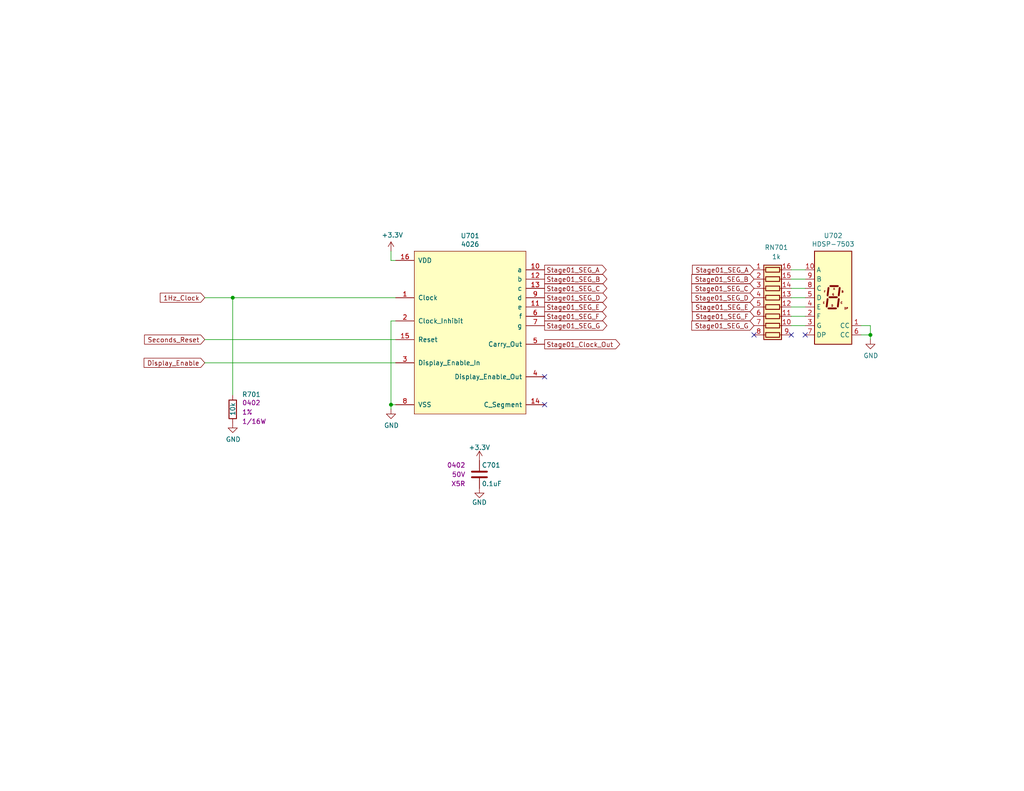
<source format=kicad_sch>
(kicad_sch (version 20231120) (generator "eeschema") (generator_version "8.0")
  (paper "A")
  (title_block (title "Stopwatch") (date "2024-04-28") (rev "B") (company "Drew Maatman"))
  (lib_symbols
    (symbol "Custom_Library:4026" (pin_names (offset 1.016))
      (property "Reference" "U" (at 30.48 -43.18 0))
      (property "Value" "4026" (at 20.32 3.81 0))
      (symbol "4026_0_1"
        (rectangle (start 5.08 2.54) (end 35.56 -41.91) (fill (type background)))
      )
      (symbol "4026_1_1"
        (pin input line (at 0 -10.16 0) (length 5.08) (name "Clock") (number "1"))
        (pin output line (at 40.64 -2.54 180) (length 5.08) (name "a") (number "10"))
        (pin output line (at 40.64 -12.7 180) (length 5.08) (name "e") (number "11"))
        (pin output line (at 40.64 -5.08 180) (length 5.08) (name "b") (number "12"))
        (pin output line (at 40.64 -7.62 180) (length 5.08) (name "c") (number "13"))
        (pin output line (at 40.64 -39.37 180) (length 5.08) (name "C_Segment") (number "14"))
        (pin input line (at 0 -21.59 0) (length 5.08) (name "Reset") (number "15"))
        (pin power_in line (at 0 0 0) (length 5.08) (name "VDD") (number "16"))
        (pin input line (at 0 -16.51 0) (length 5.08) (name "Clock_Inhibit") (number "2"))
        (pin input line (at 0 -27.94 0) (length 5.08) (name "Display_Enable_In") (number "3"))
        (pin output line (at 40.64 -31.75 180) (length 5.08) (name "Display_Enable_Out") (number "4"))
        (pin output line (at 40.64 -22.86 180) (length 5.08) (name "Carry_Out") (number "5"))
        (pin output line (at 40.64 -15.24 180) (length 5.08) (name "f") (number "6"))
        (pin output line (at 40.64 -17.78 180) (length 5.08) (name "g") (number "7"))
        (pin power_in line (at 0 -39.37 0) (length 5.08) (name "VSS") (number "8"))
        (pin output line (at 40.64 -10.16 180) (length 5.08) (name "d") (number "9"))
      )
    )
    (symbol "Custom_Library:C_Custom" (pin_numbers hide) (pin_names (offset 0.254))
      (property "Reference" "C" (at 0.635 2.54 0))
      (property "Value" "C_Custom" (at 0.635 -2.54 0))
      (property "display_footprint" "Foot" (at -3.81 2.54 0))
      (property "Voltage" "V" (at -3.81 0 0))
      (property "Dielectric" "Er" (at -3.81 -2.54 0))
      (symbol "C_Custom_0_1"
        (polyline (pts (xy -2.032 -0.762) (xy 2.032 -0.762)) (stroke (width 0.508)))
        (polyline (pts (xy -2.032 0.762) (xy 2.032 0.762)) (stroke (width 0.508)))
      )
      (symbol "C_Custom_1_1"
        (pin passive line (at 0 3.81 270) (length 2.794) (name "~") (number "1"))
        (pin passive line (at 0 -3.81 90) (length 2.794) (name "~") (number "2"))
      )
    )
    (symbol "Custom_Library:R_Custom" (pin_numbers hide) (pin_names (offset 1.016) hide)
      (property "Reference" "R" (at -2.54 0 90))
      (property "Value" "R_Custom" (at 0 0 90))
      (property "display_footprint" "Foot" (at 2.54 0 90))
      (property "Tolerance" "Tol" (at 5.08 0 90))
      (property "Wattage" "W" (at 7.62 0 90))
      (symbol "R_Custom_0_1"
        (rectangle (start 1.016 2.54) (end -1.016 -2.54) (stroke (width 0.254)))
      )
      (symbol "R_Custom_1_1"
        (pin passive line (at 0 3.81 270) (length 1.27) (name "1") (number "1"))
        (pin passive line (at 0 -3.81 90) (length 1.27) (name "2") (number "2"))
      )
    )
    (symbol "Device:R_Pack08" (pin_names (offset 0) hide)
      (property "Reference" "RN" (at -12.7 0 90))
      (property "Value" "R_Pack08" (at 10.16 0 90))
      (symbol "R_Pack08_0_1"
        (rectangle (start -11.43 -2.413) (end 8.89 2.413) (stroke (width 0.254)) (fill (type background)))
        (rectangle (start -10.795 1.905) (end -9.525 -1.905) (stroke (width 0.254)))
        (rectangle (start -8.255 1.905) (end -6.985 -1.905) (stroke (width 0.254)))
        (rectangle (start -5.715 1.905) (end -4.445 -1.905) (stroke (width 0.254)))
        (rectangle (start -3.175 1.905) (end -1.905 -1.905) (stroke (width 0.254)))
        (rectangle (start -0.635 1.905) (end 0.635 -1.905) (stroke (width 0.254)))
        (polyline (pts (xy -10.16 -2.54) (xy -10.16 -1.905)))
        (polyline (pts (xy -10.16 1.905) (xy -10.16 2.54)))
        (polyline (pts (xy -7.62 -2.54) (xy -7.62 -1.905)))
        (polyline (pts (xy -7.62 1.905) (xy -7.62 2.54)))
        (polyline (pts (xy -5.08 -2.54) (xy -5.08 -1.905)))
        (polyline (pts (xy -5.08 1.905) (xy -5.08 2.54)))
        (polyline (pts (xy -2.54 -2.54) (xy -2.54 -1.905)))
        (polyline (pts (xy -2.54 1.905) (xy -2.54 2.54)))
        (polyline (pts (xy 0 -2.54) (xy 0 -1.905)))
        (polyline (pts (xy 0 1.905) (xy 0 2.54)))
        (polyline (pts (xy 2.54 -2.54) (xy 2.54 -1.905)))
        (polyline (pts (xy 2.54 1.905) (xy 2.54 2.54)))
        (polyline (pts (xy 5.08 -2.54) (xy 5.08 -1.905)))
        (polyline (pts (xy 5.08 1.905) (xy 5.08 2.54)))
        (polyline (pts (xy 7.62 -2.54) (xy 7.62 -1.905)))
        (polyline (pts (xy 7.62 1.905) (xy 7.62 2.54)))
        (rectangle (start 1.905 1.905) (end 3.175 -1.905) (stroke (width 0.254)))
        (rectangle (start 4.445 1.905) (end 5.715 -1.905) (stroke (width 0.254)))
        (rectangle (start 6.985 1.905) (end 8.255 -1.905) (stroke (width 0.254)))
      )
      (symbol "R_Pack08_1_1"
        (pin passive line (at -10.16 -5.08 90) (length 2.54) (name "R1.1") (number "1"))
        (pin passive line (at 5.08 5.08 270) (length 2.54) (name "R7.2") (number "10"))
        (pin passive line (at 2.54 5.08 270) (length 2.54) (name "R6.2") (number "11"))
        (pin passive line (at 0 5.08 270) (length 2.54) (name "R5.2") (number "12"))
        (pin passive line (at -2.54 5.08 270) (length 2.54) (name "R4.2") (number "13"))
        (pin passive line (at -5.08 5.08 270) (length 2.54) (name "R3.2") (number "14"))
        (pin passive line (at -7.62 5.08 270) (length 2.54) (name "R2.2") (number "15"))
        (pin passive line (at -10.16 5.08 270) (length 2.54) (name "R1.2") (number "16"))
        (pin passive line (at -7.62 -5.08 90) (length 2.54) (name "R2.1") (number "2"))
        (pin passive line (at -5.08 -5.08 90) (length 2.54) (name "R3.1") (number "3"))
        (pin passive line (at -2.54 -5.08 90) (length 2.54) (name "R4.1") (number "4"))
        (pin passive line (at 0 -5.08 90) (length 2.54) (name "R5.1") (number "5"))
        (pin passive line (at 2.54 -5.08 90) (length 2.54) (name "R6.1") (number "6"))
        (pin passive line (at 5.08 -5.08 90) (length 2.54) (name "R7.1") (number "7"))
        (pin passive line (at 7.62 -5.08 90) (length 2.54) (name "R8.1") (number "8"))
        (pin passive line (at 7.62 5.08 270) (length 2.54) (name "R8.2") (number "9"))
      )
    )
    (symbol "Display_Character:HDSP-7503"
      (property "Reference" "U" (at -3.81 13.97 0))
      (property "Value" "HDSP-7503" (at 6.35 13.97 0))
      (symbol "HDSP-7503_1_0"
        (text "A" (at 0.254 2.413 0) (effects (font (size 0.508 0.508))))
        (text "B" (at 2.54 1.651 0) (effects (font (size 0.508 0.508))))
        (text "C" (at 2.286 -1.397 0) (effects (font (size 0.508 0.508))))
        (text "D" (at -0.254 -2.159 0) (effects (font (size 0.508 0.508))))
        (text "DP" (at 3.556 -2.921 0) (effects (font (size 0.508 0.508))))
        (text "E" (at -2.54 -1.397 0) (effects (font (size 0.508 0.508))))
        (text "F" (at -2.286 1.651 0) (effects (font (size 0.508 0.508))))
        (text "G" (at 0 0.889 0) (effects (font (size 0.508 0.508))))
      )
      (symbol "HDSP-7503_1_1"
        (rectangle (start -5.08 12.7) (end 5.08 -12.7) (stroke (width 0.254)) (fill (type background)))
        (polyline (pts (xy -1.524 -0.381) (xy -1.778 -2.413)) (stroke (width 0.508)))
        (polyline (pts (xy -1.27 -2.921) (xy 0.762 -2.921)) (stroke (width 0.508)))
        (polyline (pts (xy -1.27 2.667) (xy -1.524 0.635)) (stroke (width 0.508)))
        (polyline (pts (xy -1.016 0.127) (xy 1.016 0.127)) (stroke (width 0.508)))
        (polyline (pts (xy -0.762 3.175) (xy 1.27 3.175)) (stroke (width 0.508)))
        (polyline (pts (xy 1.524 -0.381) (xy 1.27 -2.413)) (stroke (width 0.508)))
        (polyline (pts (xy 1.778 2.667) (xy 1.524 0.635)) (stroke (width 0.508)))
        (polyline (pts (xy 2.54 -2.921) (xy 2.54 -2.921)) (stroke (width 0.508)))
        (pin input line (at 7.62 -7.62 180) (length 2.54) (name "CC") (number "1"))
        (pin input line (at -7.62 7.62 0) (length 2.54) (name "A") (number "10"))
        (pin input line (at -7.62 -5.08 0) (length 2.54) (name "F") (number "2"))
        (pin input line (at -7.62 -7.62 0) (length 2.54) (name "G") (number "3"))
        (pin input line (at -7.62 -2.54 0) (length 2.54) (name "E") (number "4"))
        (pin input line (at -7.62 0 0) (length 2.54) (name "D") (number "5"))
        (pin input line (at 7.62 -10.16 180) (length 2.54) (name "CC") (number "6"))
        (pin input line (at -7.62 -10.16 0) (length 2.54) (name "DP") (number "7"))
        (pin input line (at -7.62 2.54 0) (length 2.54) (name "C") (number "8"))
        (pin input line (at -7.62 5.08 0) (length 2.54) (name "B") (number "9"))
      )
    )
    (symbol "power:+3.3V" (power) (pin_names (offset 0))
      (property "Value" "+3.3V" (at 0 3.556 0))
      (symbol "+3.3V_0_1"
        (polyline (pts (xy -0.762 1.27) (xy 0 2.54)))
        (polyline (pts (xy 0 0) (xy 0 2.54)))
        (polyline (pts (xy 0 2.54) (xy 0.762 1.27)))
      )
      (symbol "+3.3V_1_1"
        (pin power_in line (at 0 0 90) (length 0) hide (name "+3.3V") (number "1"))
      )
    )
    (symbol "power:GND" (power) (pin_names (offset 0))
      (property "Value" "GND" (at 0 -3.81 0))
      (symbol "GND_0_1"
        (polyline (pts (xy 0 0) (xy 0 -1.27) (xy 1.27 -1.27) (xy 0 -2.54) (xy -1.27 -1.27) (xy 0 -1.27)))
      )
      (symbol "GND_1_1"
        (pin power_in line (at 0 0 270) (length 0) hide (name "GND") (number "1"))
      )
    )
  )
  (junction (at 63.5 81.28))
  (junction (at 237.49 91.44))
  (junction (at 106.68 110.49))
  (no_connect (at 148.59 110.49))
  (no_connect (at 219.71 91.44))
  (no_connect (at 205.74 91.44))
  (no_connect (at 148.59 102.87))
  (no_connect (at 215.9 91.44))
  (wire (pts (xy 237.49 91.44) (xy 237.49 88.9)))
  (wire (pts (xy 107.95 81.28) (xy 63.5 81.28)))
  (wire (pts (xy 215.9 83.82) (xy 219.71 83.82)))
  (wire (pts (xy 106.68 87.63) (xy 106.68 110.49)))
  (wire (pts (xy 55.88 99.06) (xy 107.95 99.06)))
  (wire (pts (xy 215.9 86.36) (xy 219.71 86.36)))
  (wire (pts (xy 215.9 73.66) (xy 219.71 73.66)))
  (wire (pts (xy 215.9 76.2) (xy 219.71 76.2)))
  (wire (pts (xy 107.95 87.63) (xy 106.68 87.63)))
  (wire (pts (xy 215.9 88.9) (xy 219.71 88.9)))
  (wire (pts (xy 215.9 81.28) (xy 219.71 81.28)))
  (wire (pts (xy 106.68 110.49) (xy 107.95 110.49)))
  (wire (pts (xy 234.95 91.44) (xy 237.49 91.44)))
  (wire (pts (xy 63.5 81.28) (xy 63.5 107.95)))
  (wire (pts (xy 215.9 78.74) (xy 219.71 78.74)))
  (wire (pts (xy 55.88 92.71) (xy 107.95 92.71)))
  (wire (pts (xy 106.68 68.58) (xy 106.68 71.12)))
  (wire (pts (xy 106.68 71.12) (xy 107.95 71.12)))
  (wire (pts (xy 237.49 88.9) (xy 234.95 88.9)))
  (wire (pts (xy 106.68 111.76) (xy 106.68 110.49)))
  (wire (pts (xy 55.88 81.28) (xy 63.5 81.28)))
  (wire (pts (xy 237.49 92.71) (xy 237.49 91.44)))
  (global_label "Stage01_SEG_C" (shape input) (at 205.74 78.74 180) (property "Intersheetrefs" "${INTERSHEET_REFS}" (effects (hide yes))))
  (global_label "Stage01_SEG_D" (shape input) (at 205.74 81.28 180) (property "Intersheetrefs" "${INTERSHEET_REFS}" (effects (hide yes))))
  (global_label "Stage01_SEG_F" (shape input) (at 205.74 86.36 180) (property "Intersheetrefs" "${INTERSHEET_REFS}" (effects (hide yes))))
  (global_label "Stage01_SEG_E" (shape output) (at 148.59 83.82 0) (property "Intersheetrefs" "${INTERSHEET_REFS}" (effects (hide yes))))
  (global_label "Stage01_Clock_Out" (shape output) (at 148.59 93.98 0) (property "Intersheetrefs" "${INTERSHEET_REFS}" (effects (hide yes))))
  (global_label "Stage01_SEG_E" (shape input) (at 205.74 83.82 180) (property "Intersheetrefs" "${INTERSHEET_REFS}" (effects (hide yes))))
  (global_label "Stage01_SEG_D" (shape output) (at 148.59 81.28 0) (property "Intersheetrefs" "${INTERSHEET_REFS}" (effects (hide yes))))
  (global_label "Stage01_SEG_B" (shape input) (at 205.74 76.2 180) (property "Intersheetrefs" "${INTERSHEET_REFS}" (effects (hide yes))))
  (global_label "Stage01_SEG_F" (shape output) (at 148.59 86.36 0) (property "Intersheetrefs" "${INTERSHEET_REFS}" (effects (hide yes))))
  (global_label "Stage01_SEG_B" (shape output) (at 148.59 76.2 0) (property "Intersheetrefs" "${INTERSHEET_REFS}" (effects (hide yes))))
  (global_label "Stage01_SEG_A" (shape output) (at 148.59 73.66 0) (property "Intersheetrefs" "${INTERSHEET_REFS}" (effects (hide yes))))
  (global_label "Stage01_SEG_C" (shape output) (at 148.59 78.74 0) (property "Intersheetrefs" "${INTERSHEET_REFS}" (effects (hide yes))))
  (global_label "Display_Enable" (shape input) (at 55.88 99.06 180) (property "Intersheetrefs" "${INTERSHEET_REFS}" (effects (hide yes))))
  (global_label "Stage01_SEG_G" (shape output) (at 148.59 88.9 0) (property "Intersheetrefs" "${INTERSHEET_REFS}" (effects (hide yes))))
  (global_label "Stage01_SEG_A" (shape input) (at 205.74 73.66 180) (property "Intersheetrefs" "${INTERSHEET_REFS}" (effects (hide yes))))
  (global_label "Stage01_SEG_G" (shape input) (at 205.74 88.9 180) (property "Intersheetrefs" "${INTERSHEET_REFS}" (effects (hide yes))))
  (global_label "1Hz_Clock" (shape input) (at 55.88 81.28 180) (property "Intersheetrefs" "${INTERSHEET_REFS}" (effects (hide yes))))
  (global_label "Seconds_Reset" (shape input) (at 55.88 92.71 180) (property "Intersheetrefs" "${INTERSHEET_REFS}" (effects (hide yes))))
  (symbol (lib_id "Custom_Library:4026") (at 107.95 71.12 0) (unit 1)
    (property "Reference" "U701" (at 128.27 64.389 0))
    (property "Value" "4026" (at 128.27 66.7004 0))
    (property "Footprint" "Housings_SSOP:TSSOP-16_4.4x5mm_Pitch0.65mm" (effects (hide yes)))
    (property "Digi-Key PN" "296-32878-5-ND" (effects (hide yes)))
  )
  (symbol (lib_id "power:+3.3V") (at 106.68 68.58 0) (unit 1)
    (property "Reference" "#PWR0702" (effects (hide yes)))
    (property "Value" "+3.3V" (at 107.061 64.1858 0))
  )
  (symbol (lib_id "power:GND") (at 106.68 111.76 0) (unit 1)
    (property "Reference" "#PWR0703" (effects (hide yes)))
    (property "Value" "GND" (at 106.807 116.1542 0))
  )
  (symbol (lib_id "Device:R_Pack08") (at 210.82 83.82 270) (unit 1)
    (property "Reference" "RN701" (at 211.836 67.564 90))
    (property "Value" "1k" (at 211.836 70.104 90))
    (property "Footprint" "Resistor_SMD:R_Cat16-8" (effects (hide yes)))
    (property "Digi-Key PN" "CAT16-102J8LFCT-ND" (effects (hide yes)))
  )
  (symbol (lib_id "Display_Character:HDSP-7503") (at 227.33 81.28 0) (unit 1)
    (property "Reference" "U702" (at 227.33 64.3382 0))
    (property "Value" "HDSP-7503" (at 227.33 66.6496 0))
    (property "Footprint" "Display_7Segment:HDSP-A151" (effects (hide yes)))
    (property "Datasheet" "https://docs.broadcom.com/docs/AV02-2553EN" (effects (hide yes)))
    (property "Digi-Key PN" "516-1203-5-ND" (effects (hide yes)))
  )
  (symbol (lib_id "power:GND") (at 237.49 92.71 0) (unit 1)
    (property "Reference" "#PWR0706" (effects (hide yes)))
    (property "Value" "GND" (at 237.617 97.1042 0))
  )
  (symbol (lib_id "Custom_Library:R_Custom") (at 63.5 111.76 0) (unit 1)
    (property "Reference" "R701" (at 66.04 107.696 0) (effects (justify left)))
    (property "Value" "10k" (at 63.5 113.538 90) (effects (justify left)))
    (property "Footprint" "Resistors_SMD:R_0402" (effects (hide yes)))
    (property "display_footprint" "0402" (at 66.04 109.982 0) (effects (justify left)))
    (property "Tolerance" "1%" (at 66.04 112.522 0) (effects (justify left)))
    (property "Wattage" "1/16W" (at 66.04 115.062 0) (effects (justify left)))
    (property "Digi-Key PN" "RMCF0402FT10K0CT-ND" (effects (hide yes)))
  )
  (symbol (lib_id "power:GND") (at 63.5 115.57 0) (unit 1)
    (property "Reference" "#PWR0701" (effects (hide yes)))
    (property "Value" "GND" (at 63.627 119.9642 0))
  )
  (symbol (lib_id "Custom_Library:C_Custom") (at 130.81 129.54 0) (unit 1)
    (property "Reference" "C701" (at 131.445 127 0) (effects (justify left)))
    (property "Value" "0.1uF" (at 131.445 132.08 0) (effects (justify left)))
    (property "Footprint" "Capacitors_SMD:C_0402" (effects (hide yes)))
    (property "display_footprint" "0402" (at 127 127 0) (effects (justify right)))
    (property "Voltage" "50V" (at 127 129.54 0) (effects (justify right)))
    (property "Dielectric" "X5R" (at 127 132.08 0) (effects (justify right)))
    (property "Digi-Key PN" "490-10697-1-ND" (effects (hide yes)))
  )
  (symbol (lib_id "power:GND") (at 130.81 133.35 0) (unit 1)
    (property "Reference" "#PWR0705" (effects (hide yes)))
    (property "Value" "GND" (at 130.81 137.16 0))
  )
  (symbol (lib_id "power:+3.3V") (at 130.81 125.73 0) (unit 1)
    (property "Reference" "#PWR0704" (effects (hide yes)))
    (property "Value" "+3.3V" (at 130.81 122.174 0))
  )
)
</source>
